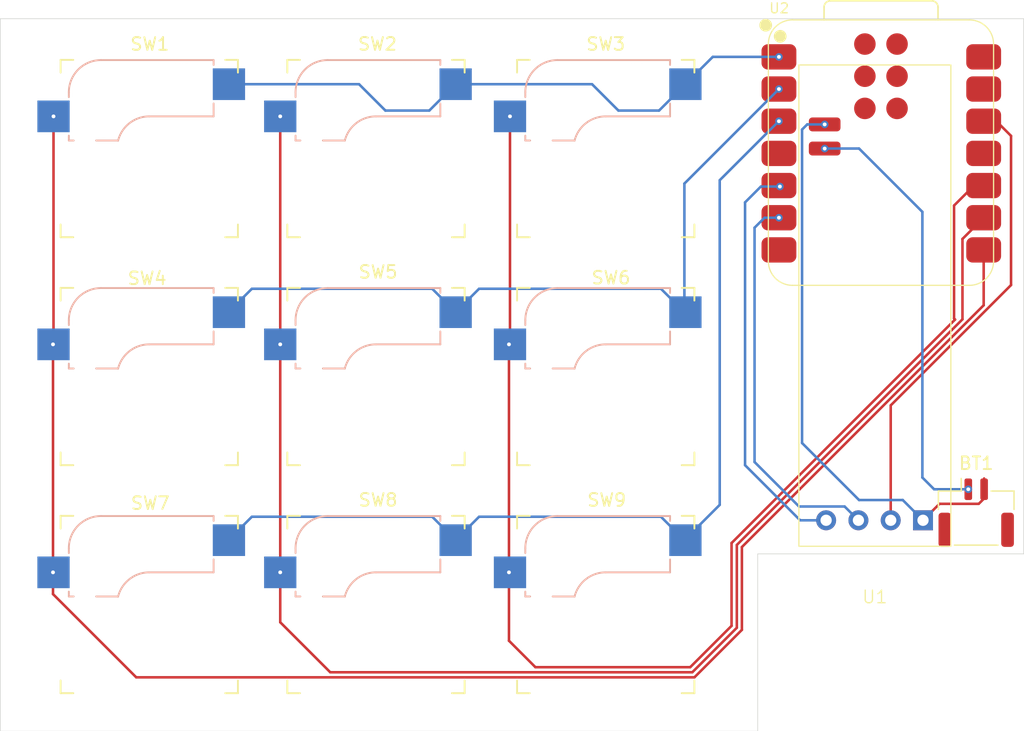
<source format=kicad_pcb>
(kicad_pcb (version 20240108) (generator "pcbnew") (generator_version "8.0")
  (layers (0 "F.Cu" signal) (31 "B.Cu" signal) (34 "B.Paste" user) (35 "F.Paste" user) (36 "B.SilkS" user "B.Silkscreen") (37 "F.SilkS" user "F.Silkscreen") (38 "B.Mask" user) (39 "F.Mask" user) (44 "Edge.Cuts" user))
  (net 0 "")
  (net 1 "/GND")
  (net 2 "/VCC")
  (net 3 "/COL1")
  (net 4 "/COL2")
  (net 5 "/COL3")
  (net 7 "/3V3")
  (net 18 "/ROW1")
  (net 19 "/ROW2")
  (net 20 "/ROW3")
  (net 21 "/SDA")
  (net 22 "/SCL")
  (footprint "Connector_JST:JST_GH_SM02B-GHS-TB_1x02-1MP_P1.25mm_Horizontal" (layer "F.Cu") (at 174.25 114.75)
    (property "Reference" "BT1" (at 0 -3.9 360) (layer "F.SilkS"))
    (property "Value" "Battery")
    (fp_line (start -2.985 -1.71) (end -1.185 -1.71) (stroke (width 0.12)) (layer "F.SilkS"))
    (fp_line (start -2.985 -0.26) (end -2.985 -1.71) (stroke (width 0.12)) (layer "F.SilkS"))
    (fp_line (start -1.715 2.56) (end 1.715 2.56) (stroke (width 0.12)) (layer "F.SilkS"))
    (fp_line (start -1.185 -1.71) (end -1.185 -2.7) (stroke (width 0.12)) (layer "F.SilkS"))
    (fp_line (start 2.985 -1.71) (end 1.185 -1.71) (stroke (width 0.12)) (layer "F.SilkS"))
    (fp_line (start 2.985 -0.26) (end 2.985 -1.71) (stroke (width 0.12)) (layer "F.SilkS"))
    (pad "1" smd roundrect (at -0.625 -1.85) (size 0.6 1.7) (layers "F.Cu" "F.Paste" "F.Mask") (net 2 "/VCC"))
    (pad "2" smd roundrect (at 0.625 -1.85) (size 0.6 1.7) (layers "F.Cu" "F.Paste" "F.Mask") (net 1 "/GND"))
    (pad "MP" smd roundrect (at -2.475 1.35) (size 1 2.7) (layers "F.Cu" "F.Paste" "F.Mask"))
    (pad "MP" smd roundrect (at 2.475 1.35) (size 1 2.7) (layers "F.Cu" "F.Paste" "F.Mask"))
  )
  (footprint "keyswitches.pretty-master:Kailh_socket_MX" (layer "F.Cu") (at 108.96 122)
    (property "Reference" "SW7" (at 0.08 -8 -0) (layer "F.SilkS"))
    (property "Value" "SW_Push")
    (fp_line (start -6.35 -4.445) (end -6.35 -4.064) (stroke (width 0.15)) (layer "B.SilkS"))
    (fp_line (start -6.35 -1.016) (end -6.35 -0.635) (stroke (width 0.15)) (layer "B.SilkS"))
    (fp_line (start -5.969 -0.635) (end -6.35 -0.635) (stroke (width 0.15)) (layer "B.SilkS"))
    (fp_line (start -3.81 -6.985) (end 5.08 -6.985) (stroke (width 0.15)) (layer "B.SilkS"))
    (fp_line (start -2.464162 -0.635) (end -4.191 -0.635) (stroke (width 0.15)) (layer "B.SilkS"))
    (fp_line (start 5.08 -6.985) (end 5.08 -6.604) (stroke (width 0.15)) (layer "B.SilkS"))
    (fp_line (start 5.08 -3.556) (end 5.08 -2.54) (stroke (width 0.15)) (layer "B.SilkS"))
    (fp_line (start 5.08 -2.54) (end 0 -2.54) (stroke (width 0.15)) (layer "B.SilkS"))
    (fp_arc (start -6.35 -4.445) (mid -5.606051 -6.241051) (end -3.81 -6.985) (stroke (width 0.15)) (layer "B.SilkS"))
    (fp_arc (start -2.464162 -0.61604) (mid -1.563147 -2.002042) (end 0 -2.54) (stroke (width 0.15)) (layer "B.SilkS"))
    (fp_line (start -7 -6) (end -7 -7) (stroke (width 0.15)) (layer "F.SilkS"))
    (fp_line (start -7 7) (end -7 6) (stroke (width 0.15)) (layer "F.SilkS"))
    (fp_line (start -7 7) (end -6 7) (stroke (width 0.15)) (layer "F.SilkS"))
    (fp_line (start -6 -7) (end -7 -7) (stroke (width 0.15)) (layer "F.SilkS"))
    (fp_line (start 6 7) (end 7 7) (stroke (width 0.15)) (layer "F.SilkS"))
    (fp_line (start 7 -7) (end 6 -7) (stroke (width 0.15)) (layer "F.SilkS"))
    (fp_line (start 7 -7) (end 7 -6) (stroke (width 0.15)) (layer "F.SilkS"))
    (fp_line (start 7 6) (end 7 7) (stroke (width 0.15)) (layer "F.SilkS"))
    (pad "" np_thru_hole circle (at -5.08 0) (size 1.7018 1.7018) (drill 1.7018) (layers "*.Cu" "*.Mask"))
    (pad "" np_thru_hole circle (at -3.81 -2.54) (size 3 3) (drill 3) (layers "*.Cu" "*.Mask"))
    (pad "" np_thru_hole circle (at 0 0) (size 3.9878 3.9878) (drill 3.9878) (layers "*.Cu" "*.Mask"))
    (pad "" np_thru_hole circle (at 2.54 -5.08) (size 3 3) (drill 3) (layers "*.Cu" "*.Mask"))
    (pad "" np_thru_hole circle (at 5.08 0) (size 1.7018 1.7018) (drill 1.7018) (layers "*.Cu" "*.Mask"))
    (pad "1" smd rect (at 6.29 -5.08) (size 2.55 2.5) (layers "B.Cu" "B.Paste" "B.Mask") (net 20 "/ROW3"))
    (pad "2" smd rect (at -7.56 -2.54) (size 2.55 2.5) (layers "B.Cu" "B.Paste" "B.Mask") (net 3 "/COL1"))
  )
  (footprint "keyswitches.pretty-master:Kailh_socket_MX" (layer "F.Cu") (at 126.86 104)
    (property "Reference" "SW5" (at 0.165 -8.255 -0) (layer "F.SilkS"))
    (property "Value" "SW_Push")
    (fp_line (start -6.35 -4.445) (end -6.35 -4.064) (stroke (width 0.15)) (layer "B.SilkS"))
    (fp_line (start -6.35 -1.016) (end -6.35 -0.635) (stroke (width 0.15)) (layer "B.SilkS"))
    (fp_line (start -5.969 -0.635) (end -6.35 -0.635) (stroke (width 0.15)) (layer "B.SilkS"))
    (fp_line (start -3.81 -6.985) (end 5.08 -6.985) (stroke (width 0.15)) (layer "B.SilkS"))
    (fp_line (start -2.464162 -0.635) (end -4.191 -0.635) (stroke (width 0.15)) (layer "B.SilkS"))
    (fp_line (start 5.08 -6.985) (end 5.08 -6.604) (stroke (width 0.15)) (layer "B.SilkS"))
    (fp_line (start 5.08 -3.556) (end 5.08 -2.54) (stroke (width 0.15)) (layer "B.SilkS"))
    (fp_line (start 5.08 -2.54) (end 0 -2.54) (stroke (width 0.15)) (layer "B.SilkS"))
    (fp_arc (start -6.35 -4.445) (mid -5.606051 -6.241051) (end -3.81 -6.985) (stroke (width 0.15)) (layer "B.SilkS"))
    (fp_arc (start -2.464162 -0.61604) (mid -1.563147 -2.002042) (end 0 -2.54) (stroke (width 0.15)) (layer "B.SilkS"))
    (fp_line (start -7 -6) (end -7 -7) (stroke (width 0.15)) (layer "F.SilkS"))
    (fp_line (start -7 7) (end -7 6) (stroke (width 0.15)) (layer "F.SilkS"))
    (fp_line (start -7 7) (end -6 7) (stroke (width 0.15)) (layer "F.SilkS"))
    (fp_line (start -6 -7) (end -7 -7) (stroke (width 0.15)) (layer "F.SilkS"))
    (fp_line (start 6 7) (end 7 7) (stroke (width 0.15)) (layer "F.SilkS"))
    (fp_line (start 7 -7) (end 6 -7) (stroke (width 0.15)) (layer "F.SilkS"))
    (fp_line (start 7 -7) (end 7 -6) (stroke (width 0.15)) (layer "F.SilkS"))
    (fp_line (start 7 6) (end 7 7) (stroke (width 0.15)) (layer "F.SilkS"))
    (pad "" np_thru_hole circle (at -5.08 0) (size 1.7018 1.7018) (drill 1.7018) (layers "*.Cu" "*.Mask"))
    (pad "" np_thru_hole circle (at -3.81 -2.54) (size 3 3) (drill 3) (layers "*.Cu" "*.Mask"))
    (pad "" np_thru_hole circle (at 0 0) (size 3.9878 3.9878) (drill 3.9878) (layers "*.Cu" "*.Mask"))
    (pad "" np_thru_hole circle (at 2.54 -5.08) (size 3 3) (drill 3) (layers "*.Cu" "*.Mask"))
    (pad "" np_thru_hole circle (at 5.08 0) (size 1.7018 1.7018) (drill 1.7018) (layers "*.Cu" "*.Mask"))
    (pad "1" smd rect (at 6.29 -5.08) (size 2.55 2.5) (layers "B.Cu" "B.Paste" "B.Mask") (net 19 "/ROW2"))
    (pad "2" smd rect (at -7.56 -2.54) (size 2.55 2.5) (layers "B.Cu" "B.Paste" "B.Mask") (net 4 "/COL2"))
  )
  (footprint "keyswitches.pretty-master:Kailh_socket_MX" (layer "F.Cu") (at 145 86)
    (property "Reference" "SW3" (at 0 -8.25 -0) (layer "F.SilkS"))
    (property "Value" "SW_Push")
    (fp_line (start -6.35 -4.445) (end -6.35 -4.064) (stroke (width 0.15)) (layer "B.SilkS"))
    (fp_line (start -6.35 -1.016) (end -6.35 -0.635) (stroke (width 0.15)) (layer "B.SilkS"))
    (fp_line (start -5.969 -0.635) (end -6.35 -0.635) (stroke (width 0.15)) (layer "B.SilkS"))
    (fp_line (start -3.81 -6.985) (end 5.08 -6.985) (stroke (width 0.15)) (layer "B.SilkS"))
    (fp_line (start -2.464162 -0.635) (end -4.191 -0.635) (stroke (width 0.15)) (layer "B.SilkS"))
    (fp_line (start 5.08 -6.985) (end 5.08 -6.604) (stroke (width 0.15)) (layer "B.SilkS"))
    (fp_line (start 5.08 -3.556) (end 5.08 -2.54) (stroke (width 0.15)) (layer "B.SilkS"))
    (fp_line (start 5.08 -2.54) (end 0 -2.54) (stroke (width 0.15)) (layer "B.SilkS"))
    (fp_arc (start -6.35 -4.445) (mid -5.606051 -6.241051) (end -3.81 -6.985) (stroke (width 0.15)) (layer "B.SilkS"))
    (fp_arc (start -2.464162 -0.61604) (mid -1.563147 -2.002042) (end 0 -2.54) (stroke (width 0.15)) (layer "B.SilkS"))
    (fp_line (start -7 -6) (end -7 -7) (stroke (width 0.15)) (layer "F.SilkS"))
    (fp_line (start -7 7) (end -7 6) (stroke (width 0.15)) (layer "F.SilkS"))
    (fp_line (start -7 7) (end -6 7) (stroke (width 0.15)) (layer "F.SilkS"))
    (fp_line (start -6 -7) (end -7 -7) (stroke (width 0.15)) (layer "F.SilkS"))
    (fp_line (start 6 7) (end 7 7) (stroke (width 0.15)) (layer "F.SilkS"))
    (fp_line (start 7 -7) (end 6 -7) (stroke (width 0.15)) (layer "F.SilkS"))
    (fp_line (start 7 -7) (end 7 -6) (stroke (width 0.15)) (layer "F.SilkS"))
    (fp_line (start 7 6) (end 7 7) (stroke (width 0.15)) (layer "F.SilkS"))
    (pad "" np_thru_hole circle (at -5.08 0) (size 1.7018 1.7018) (drill 1.7018) (layers "*.Cu" "*.Mask"))
    (pad "" np_thru_hole circle (at -3.81 -2.54) (size 3 3) (drill 3) (layers "*.Cu" "*.Mask"))
    (pad "" np_thru_hole circle (at 0 0) (size 3.9878 3.9878) (drill 3.9878) (layers "*.Cu" "*.Mask"))
    (pad "" np_thru_hole circle (at 2.54 -5.08) (size 3 3) (drill 3) (layers "*.Cu" "*.Mask"))
    (pad "" np_thru_hole circle (at 5.08 0) (size 1.7018 1.7018) (drill 1.7018) (layers "*.Cu" "*.Mask"))
    (pad "1" smd rect (at 6.29 -5.08) (size 2.55 2.5) (layers "B.Cu" "B.Paste" "B.Mask") (net 18 "/ROW1"))
    (pad "2" smd rect (at -7.56 -2.54) (size 2.55 2.5) (layers "B.Cu" "B.Paste" "B.Mask") (net 5 "/COL3"))
  )
  (footprint "keyswitches.pretty-master:Kailh_socket_MX" (layer "F.Cu") (at 145 104)
    (property "Reference" "SW6" (at 0.415 -7.8 -0) (layer "F.SilkS"))
    (property "Value" "SW_Push")
    (fp_line (start -6.35 -4.445) (end -6.35 -4.064) (stroke (width 0.15)) (layer "B.SilkS"))
    (fp_line (start -6.35 -1.016) (end -6.35 -0.635) (stroke (width 0.15)) (layer "B.SilkS"))
    (fp_line (start -5.969 -0.635) (end -6.35 -0.635) (stroke (width 0.15)) (layer "B.SilkS"))
    (fp_line (start -3.81 -6.985) (end 5.08 -6.985) (stroke (width 0.15)) (layer "B.SilkS"))
    (fp_line (start -2.464162 -0.635) (end -4.191 -0.635) (stroke (width 0.15)) (layer "B.SilkS"))
    (fp_line (start 5.08 -6.985) (end 5.08 -6.604) (stroke (width 0.15)) (layer "B.SilkS"))
    (fp_line (start 5.08 -3.556) (end 5.08 -2.54) (stroke (width 0.15)) (layer "B.SilkS"))
    (fp_line (start 5.08 -2.54) (end 0 -2.54) (stroke (width 0.15)) (layer "B.SilkS"))
    (fp_arc (start -6.35 -4.445) (mid -5.606051 -6.241051) (end -3.81 -6.985) (stroke (width 0.15)) (layer "B.SilkS"))
    (fp_arc (start -2.464162 -0.61604) (mid -1.563147 -2.002042) (end 0 -2.54) (stroke (width 0.15)) (layer "B.SilkS"))
    (fp_line (start -7 -6) (end -7 -7) (stroke (width 0.15)) (layer "F.SilkS"))
    (fp_line (start -7 7) (end -7 6) (stroke (width 0.15)) (layer "F.SilkS"))
    (fp_line (start -7 7) (end -6 7) (stroke (width 0.15)) (layer "F.SilkS"))
    (fp_line (start -6 -7) (end -7 -7) (stroke (width 0.15)) (layer "F.SilkS"))
    (fp_line (start 6 7) (end 7 7) (stroke (width 0.15)) (layer "F.SilkS"))
    (fp_line (start 7 -7) (end 6 -7) (stroke (width 0.15)) (layer "F.SilkS"))
    (fp_line (start 7 -7) (end 7 -6) (stroke (width 0.15)) (layer "F.SilkS"))
    (fp_line (start 7 6) (end 7 7) (stroke (width 0.15)) (layer "F.SilkS"))
    (pad "" np_thru_hole circle (at -5.08 0) (size 1.7018 1.7018) (drill 1.7018) (layers "*.Cu" "*.Mask"))
    (pad "" np_thru_hole circle (at -3.81 -2.54) (size 3 3) (drill 3) (layers "*.Cu" "*.Mask"))
    (pad "" np_thru_hole circle (at 0 0) (size 3.9878 3.9878) (drill 3.9878) (layers "*.Cu" "*.Mask"))
    (pad "" np_thru_hole circle (at 2.54 -5.08) (size 3 3) (drill 3) (layers "*.Cu" "*.Mask"))
    (pad "" np_thru_hole circle (at 5.08 0) (size 1.7018 1.7018) (drill 1.7018) (layers "*.Cu" "*.Mask"))
    (pad "1" smd rect (at 6.29 -5.08) (size 2.55 2.5) (layers "B.Cu" "B.Paste" "B.Mask") (net 19 "/ROW2"))
    (pad "2" smd rect (at -7.56 -2.54) (size 2.55 2.5) (layers "B.Cu" "B.Paste" "B.Mask") (net 5 "/COL3"))
  )
  (footprint "Capauri:XIAO-ESP32C3-SMD" (layer "F.Cu") (at 166.675 86.342)
    (property "Reference" "U2" (at -8.835 -10.96 360) (layer "F.SilkS") (effects (font (size 0.78232 0.78232) (thickness 0.10668)) (justify left bottom)))
    (property "Value" "XIAO-ESP32-C3-SMD")
    (fp_line (start -8.835 8.553) (end -8.835 -8.592) (stroke (width 0.1)) (layer "F.SilkS"))
    (fp_line (start -6.93 10.458) (end 7.04 10.458) (stroke (width 0.1)) (layer "F.SilkS"))
    (fp_line (start -4.44 -10.497) (end -4.436272 -11.507272) (stroke (width 0.127)) (layer "F.SilkS"))
    (fp_line (start -3.936272 -12.007) (end 4.059 -12.007) (stroke (width 0.127)) (layer "F.SilkS"))
    (fp_line (start 4.559 -11.507) (end 4.559 -10.497) (stroke (width 0.127)) (layer "F.SilkS"))
    (fp_line (start 7.04 -10.497) (end -6.93 -10.497) (stroke (width 0.1)) (layer "F.SilkS"))
    (fp_line (start 8.945 8.553) (end 8.945 -8.592) (stroke (width 0.1)) (layer "F.SilkS"))
    (fp_arc (start -8.835 -8.596) (mid -8.277038 -9.943038) (end -6.93 -10.501) (stroke (width 0.1)) (layer "F.SilkS"))
    (fp_arc (start -6.93 10.458) (mid -8.277038 9.900038) (end -8.835 8.553) (stroke (width 0.1)) (layer "F.SilkS"))
    (fp_arc (start -4.436272 -11.507272) (mid -4.289724 -11.860644) (end -3.936272 -12.007) (stroke (width 0.127)) (layer "F.SilkS"))
    (fp_arc (start 4.059 -12.007) (mid 4.412553 -11.860553) (end 4.559 -11.507) (stroke (width 0.127)) (layer "F.SilkS"))
    (fp_arc (start 7.04 -10.497) (mid 8.387038 -9.939038) (end 8.945 -8.592) (stroke (width 0.1)) (layer "F.SilkS"))
    (fp_arc (start 8.945 8.553) (mid 8.387038 9.900038) (end 7.04 10.458) (stroke (width 0.1)) (layer "F.SilkS"))
    (fp_circle (center -9.045 -10.081) (end -9.045 -10.335) (stroke (width 0.5)) (fill solid) (layer "F.SilkS"))
    (fp_circle (center -7.902 -9.201) (end -7.902 -9.455) (stroke (width 0.5)) (fill solid) (layer "F.SilkS"))
    (pad "1" smd roundrect (at -8 -7.58) (size 2.75 2) (layers "F.Cu" "F.Paste" "F.Mask") (net 18 "/ROW1"))
    (pad "2" smd roundrect (at -8 -5.04) (size 2.75 2) (layers "F.Cu" "F.Paste" "F.Mask") (net 19 "/ROW2"))
    (pad "3" smd roundrect (at -8 -2.5) (size 2.75 2) (layers "F.Cu" "F.Paste" "F.Mask") (net 20 "/ROW3"))
    (pad "4" smd roundrect (at -8 0.04) (size 2.75 2) (layers "F.Cu" "F.Paste" "F.Mask"))
    (pad "5" smd roundrect (at -8 2.58) (size 2.75 2) (layers "F.Cu" "F.Paste" "F.Mask") (net 21 "/SDA"))
    (pad "6" smd roundrect (at -8 5.12) (size 2.75 2) (layers "F.Cu" "F.Paste" "F.Mask") (net 22 "/SCL"))
    (pad "7" smd roundrect (at -8 7.66) (size 2.75 2) (layers "F.Cu" "F.Paste" "F.Mask"))
    (pad "8" smd roundrect (at 8.165 7.66) (size 2.75 2) (layers "F.Cu" "F.Paste" "F.Mask") (net 3 "/COL1"))
    (pad "9" smd roundrect (at 8.165 5.12) (size 2.75 2) (layers "F.Cu" "F.Paste" "F.Mask") (net 4 "/COL2"))
    (pad "10" smd roundrect (at 8.165 2.58) (size 2.75 2) (layers "F.Cu" "F.Paste" "F.Mask") (net 5 "/COL3"))
    (pad "11" smd roundrect (at 8.165 0.04) (size 2.75 2) (layers "F.Cu" "F.Paste" "F.Mask"))
    (pad "12" smd roundrect (at 8.165 -2.5) (size 2.75 2) (layers "F.Cu" "F.Paste" "F.Mask") (net 7 "/3V3"))
    (pad "13" smd roundrect (at 8.165 -5.04) (size 2.75 2) (layers "F.Cu" "F.Paste" "F.Mask"))
    (pad "14" smd roundrect (at 8.165 -7.58) (size 2.75 2) (layers "F.Cu" "F.Paste" "F.Mask"))
    (pad "15" smd roundrect (at -4.39 -0.342 180) (size 2.5 1.1) (layers "F.Cu" "F.Paste" "F.Mask") (net 2 "/VCC"))
    (pad "16" smd roundrect (at -4.39 -2.247 180) (size 2.5 1.1) (layers "F.Cu" "F.Paste" "F.Mask") (net 1 "/GND"))
    (pad "17" smd circle (at -1.215 -8.592) (size 1.7 1.7) (layers "F.Cu" "F.Paste" "F.Mask"))
    (pad "18" smd circle (at 1.325 -8.592) (size 1.7 1.7) (layers "F.Cu" "F.Paste" "F.Mask"))
    (pad "19" smd circle (at -1.215 -6.052) (size 1.7 1.7) (layers "F.Cu" "F.Paste" "F.Mask"))
    (pad "20" smd circle (at 1.325 -6.052) (size 1.7 1.7) (layers "F.Cu" "F.Paste" "F.Mask"))
    (pad "21" smd circle (at -1.215 -3.512) (size 1.7 1.7) (layers "F.Cu" "F.Paste" "F.Mask"))
    (pad "22" smd circle (at 1.325 -3.512) (size 1.7 1.7) (layers "F.Cu" "F.Paste" "F.Mask"))
  )
  (footprint "keyswitches.pretty-master:Kailh_socket_MX" (layer "F.Cu") (at 126.86 122)
    (property "Reference" "SW8" (at 0.165 -8.255 -0) (layer "F.SilkS"))
    (property "Value" "SW_Push")
    (fp_line (start -6.35 -4.445) (end -6.35 -4.064) (stroke (width 0.15)) (layer "B.SilkS"))
    (fp_line (start -6.35 -1.016) (end -6.35 -0.635) (stroke (width 0.15)) (layer "B.SilkS"))
    (fp_line (start -5.969 -0.635) (end -6.35 -0.635) (stroke (width 0.15)) (layer "B.SilkS"))
    (fp_line (start -3.81 -6.985) (end 5.08 -6.985) (stroke (width 0.15)) (layer "B.SilkS"))
    (fp_line (start -2.464162 -0.635) (end -4.191 -0.635) (stroke (width 0.15)) (layer "B.SilkS"))
    (fp_line (start 5.08 -6.985) (end 5.08 -6.604) (stroke (width 0.15)) (layer "B.SilkS"))
    (fp_line (start 5.08 -3.556) (end 5.08 -2.54) (stroke (width 0.15)) (layer "B.SilkS"))
    (fp_line (start 5.08 -2.54) (end 0 -2.54) (stroke (width 0.15)) (layer "B.SilkS"))
    (fp_arc (start -6.35 -4.445) (mid -5.606051 -6.241051) (end -3.81 -6.985) (stroke (width 0.15)) (layer "B.SilkS"))
    (fp_arc (start -2.464162 -0.61604) (mid -1.563147 -2.002042) (end 0 -2.54) (stroke (width 0.15)) (layer "B.SilkS"))
    (fp_line (start -7 -6) (end -7 -7) (stroke (width 0.15)) (layer "F.SilkS"))
    (fp_line (start -7 7) (end -7 6) (stroke (width 0.15)) (layer "F.SilkS"))
    (fp_line (start -7 7) (end -6 7) (stroke (width 0.15)) (layer "F.SilkS"))
    (fp_line (start -6 -7) (end -7 -7) (stroke (width 0.15)) (layer "F.SilkS"))
    (fp_line (start 6 7) (end 7 7) (stroke (width 0.15)) (layer "F.SilkS"))
    (fp_line (start 7 -7) (end 6 -7) (stroke (width 0.15)) (layer "F.SilkS"))
    (fp_line (start 7 -7) (end 7 -6) (stroke (width 0.15)) (layer "F.SilkS"))
    (fp_line (start 7 6) (end 7 7) (stroke (width 0.15)) (layer "F.SilkS"))
    (pad "" np_thru_hole circle (at -5.08 0) (size 1.7018 1.7018) (drill 1.7018) (layers "*.Cu" "*.Mask"))
    (pad "" np_thru_hole circle (at -3.81 -2.54) (size 3 3) (drill 3) (layers "*.Cu" "*.Mask"))
    (pad "" np_thru_hole circle (at 0 0) (size 3.9878 3.9878) (drill 3.9878) (layers "*.Cu" "*.Mask"))
    (pad "" np_thru_hole circle (at 2.54 -5.08) (size 3 3) (drill 3) (layers "*.Cu" "*.Mask"))
    (pad "" np_thru_hole circle (at 5.08 0) (size 1.7018 1.7018) (drill 1.7018) (layers "*.Cu" "*.Mask"))
    (pad "1" smd rect (at 6.29 -5.08) (size 2.55 2.5) (layers "B.Cu" "B.Paste" "B.Mask") (net 20 "/ROW3"))
    (pad "2" smd rect (at -7.56 -2.54) (size 2.55 2.5) (layers "B.Cu" "B.Paste" "B.Mask") (net 4 "/COL2"))
  )
  (footprint "keyswitches.pretty-master:Kailh_socket_MX" (layer "F.Cu") (at 108.96 86)
    (property "Reference" "SW1" (at 0.04 -8.25 -0) (layer "F.SilkS"))
    (property "Value" "SW_Push")
    (fp_line (start -6.35 -4.445) (end -6.35 -4.064) (stroke (width 0.15)) (layer "B.SilkS"))
    (fp_line (start -6.35 -1.016) (end -6.35 -0.635) (stroke (width 0.15)) (layer "B.SilkS"))
    (fp_line (start -5.969 -0.635) (end -6.35 -0.635) (stroke (width 0.15)) (layer "B.SilkS"))
    (fp_line (start -3.81 -6.985) (end 5.08 -6.985) (stroke (width 0.15)) (layer "B.SilkS"))
    (fp_line (start -2.464162 -0.635) (end -4.191 -0.635) (stroke (width 0.15)) (layer "B.SilkS"))
    (fp_line (start 5.08 -6.985) (end 5.08 -6.604) (stroke (width 0.15)) (layer "B.SilkS"))
    (fp_line (start 5.08 -3.556) (end 5.08 -2.54) (stroke (width 0.15)) (layer "B.SilkS"))
    (fp_line (start 5.08 -2.54) (end 0 -2.54) (stroke (width 0.15)) (layer "B.SilkS"))
    (fp_arc (start -6.35 -4.445) (mid -5.606051 -6.241051) (end -3.81 -6.985) (stroke (width 0.15)) (layer "B.SilkS"))
    (fp_arc (start -2.464162 -0.61604) (mid -1.563147 -2.002042) (end 0 -2.54) (stroke (width 0.15)) (layer "B.SilkS"))
    (fp_line (start -7 -6) (end -7 -7) (stroke (width 0.15)) (layer "F.SilkS"))
    (fp_line (start -7 7) (end -7 6) (stroke (width 0.15)) (layer "F.SilkS"))
    (fp_line (start -7 7) (end -6 7) (stroke (width 0.15)) (layer "F.SilkS"))
    (fp_line (start -6 -7) (end -7 -7) (stroke (width 0.15)) (layer "F.SilkS"))
    (fp_line (start 6 7) (end 7 7) (stroke (width 0.15)) (layer "F.SilkS"))
    (fp_line (start 7 -7) (end 6 -7) (stroke (width 0.15)) (layer "F.SilkS"))
    (fp_line (start 7 -7) (end 7 -6) (stroke (width 0.15)) (layer "F.SilkS"))
    (fp_line (start 7 6) (end 7 7) (stroke (width 0.15)) (layer "F.SilkS"))
    (pad "" np_thru_hole circle (at -5.08 0) (size 1.7018 1.7018) (drill 1.7018) (layers "*.Cu" "*.Mask"))
    (pad "" np_thru_hole circle (at -3.81 -2.54) (size 3 3) (drill 3) (layers "*.Cu" "*.Mask"))
    (pad "" np_thru_hole circle (at 0 0) (size 3.9878 3.9878) (drill 3.9878) (layers "*.Cu" "*.Mask"))
    (pad "" np_thru_hole circle (at 2.54 -5.08) (size 3 3) (drill 3) (layers "*.Cu" "*.Mask"))
    (pad "" np_thru_hole circle (at 5.08 0) (size 1.7018 1.7018) (drill 1.7018) (layers "*.Cu" "*.Mask"))
    (pad "1" smd rect (at 6.29 -5.08) (size 2.55 2.5) (layers "B.Cu" "B.Paste" "B.Mask") (net 18 "/ROW1"))
    (pad "2" smd rect (at -7.56 -2.54) (size 2.55 2.5) (layers "B.Cu" "B.Paste" "B.Mask") (net 3 "/COL1"))
  )
  (footprint "Capauri:0.91 OLED 128x32" (layer "F.Cu") (at 166.25 121.9)
    (property "Reference" "U1" (at 0 -0.5 0) (layer "F.SilkS") (effects (font (thickness 0.1))))
    (property "Value" "~")
    (fp_rect (start -6 -42.5) (end 6 -4.5) (stroke (width 0.1)) (fill none) (layer "F.SilkS"))
    (pad "1" thru_hole circle (at -3.85 -6.55) (size 1.575 1.575) (drill 0.889) (layers "*.Cu" "*.Mask") (net 21 "/SDA"))
    (pad "2" thru_hole circle (at -1.3 -6.55) (size 1.575 1.575) (drill 0.889) (layers "*.Cu" "*.Mask") (net 22 "/SCL"))
    (pad "3" thru_hole circle (at 1.25 -6.55) (size 1.575 1.575) (drill 0.889) (layers "*.Cu" "*.Mask") (net 7 "/3V3"))
    (pad "4" thru_hole rect (at 3.8 -6.55) (size 1.575 1.575) (drill 0.889) (layers "*.Cu" "*.Mask") (net 1 "/GND"))
  )
  (footprint "keyswitches.pretty-master:Kailh_socket_MX" (layer "F.Cu") (at 145 122)
    (property "Reference" "SW9" (at 0.08 -8.25 -0) (layer "F.SilkS"))
    (property "Value" "SW_Push")
    (fp_line (start -6.35 -4.445) (end -6.35 -4.064) (stroke (width 0.15)) (layer "B.SilkS"))
    (fp_line (start -6.35 -1.016) (end -6.35 -0.635) (stroke (width 0.15)) (layer "B.SilkS"))
    (fp_line (start -5.969 -0.635) (end -6.35 -0.635) (stroke (width 0.15)) (layer "B.SilkS"))
    (fp_line (start -3.81 -6.985) (end 5.08 -6.985) (stroke (width 0.15)) (layer "B.SilkS"))
    (fp_line (start -2.464162 -0.635) (end -4.191 -0.635) (stroke (width 0.15)) (layer "B.SilkS"))
    (fp_line (start 5.08 -6.985) (end 5.08 -6.604) (stroke (width 0.15)) (layer "B.SilkS"))
    (fp_line (start 5.08 -3.556) (end 5.08 -2.54) (stroke (width 0.15)) (layer "B.SilkS"))
    (fp_line (start 5.08 -2.54) (end 0 -2.54) (stroke (width 0.15)) (layer "B.SilkS"))
    (fp_arc (start -6.35 -4.445) (mid -5.606051 -6.241051) (end -3.81 -6.985) (stroke (width 0.15)) (layer "B.SilkS"))
    (fp_arc (start -2.464162 -0.61604) (mid -1.563147 -2.002042) (end 0 -2.54) (stroke (width 0.15)) (layer "B.SilkS"))
    (fp_line (start -7 -6) (end -7 -7) (stroke (width 0.15)) (layer "F.SilkS"))
    (fp_line (start -7 7) (end -7 6) (stroke (width 0.15)) (layer "F.SilkS"))
    (fp_line (start -7 7) (end -6 7) (stroke (width 0.15)) (layer "F.SilkS"))
    (fp_line (start -6 -7) (end -7 -7) (stroke (width 0.15)) (layer "F.SilkS"))
    (fp_line (start 6 7) (end 7 7) (stroke (width 0.15)) (layer "F.SilkS"))
    (fp_line (start 7 -7) (end 6 -7) (stroke (width 0.15)) (layer "F.SilkS"))
    (fp_line (start 7 -7) (end 7 -6) (stroke (width 0.15)) (layer "F.SilkS"))
    (fp_line (start 7 6) (end 7 7) (stroke (width 0.15)) (layer "F.SilkS"))
    (pad "" np_thru_hole circle (at -5.08 0) (size 1.7018 1.7018) (drill 1.7018) (layers "*.Cu" "*.Mask"))
    (pad "" np_thru_hole circle (at -3.81 -2.54) (size 3 3) (drill 3) (layers "*.Cu" "*.Mask"))
    (pad "" np_thru_hole circle (at 0 0) (size 3.9878 3.9878) (drill 3.9878) (layers "*.Cu" "*.Mask"))
    (pad "" np_thru_hole circle (at 2.54 -5.08) (size 3 3) (drill 3) (layers "*.Cu" "*.Mask"))
    (pad "" np_thru_hole circle (at 5.08 0) (size 1.7018 1.7018) (drill 1.7018) (layers "*.Cu" "*.Mask"))
    (pad "1" smd rect (at 6.29 -5.08) (size 2.55 2.5) (layers "B.Cu" "B.Paste" "B.Mask") (net 20 "/ROW3"))
    (pad "2" smd rect (at -7.56 -2.54) (size 2.55 2.5) (layers "B.Cu" "B.Paste" "B.Mask") (net 5 "/COL3"))
  )
  (footprint "keyswitches.pretty-master:Kailh_socket_MX" (layer "F.Cu") (at 108.96 104)
    (property "Reference" "SW4" (at -0.17 -7.75 -0) (layer "F.SilkS"))
    (property "Value" "SW_Push")
    (fp_line (start -6.35 -4.445) (end -6.35 -4.064) (stroke (width 0.15)) (layer "B.SilkS"))
    (fp_line (start -6.35 -1.016) (end -6.35 -0.635) (stroke (width 0.15)) (layer "B.SilkS"))
    (fp_line (start -5.969 -0.635) (end -6.35 -0.635) (stroke (width 0.15)) (layer "B.SilkS"))
    (fp_line (start -3.81 -6.985) (end 5.08 -6.985) (stroke (width 0.15)) (layer "B.SilkS"))
    (fp_line (start -2.464162 -0.635) (end -4.191 -0.635) (stroke (width 0.15)) (layer "B.SilkS"))
    (fp_line (start 5.08 -6.985) (end 5.08 -6.604) (stroke (width 0.15)) (layer "B.SilkS"))
    (fp_line (start 5.08 -3.556) (end 5.08 -2.54) (stroke (width 0.15)) (layer "B.SilkS"))
    (fp_line (start 5.08 -2.54) (end 0 -2.54) (stroke (width 0.15)) (layer "B.SilkS"))
    (fp_arc (start -6.35 -4.445) (mid -5.606051 -6.241051) (end -3.81 -6.985) (stroke (width 0.15)) (layer "B.SilkS"))
    (fp_arc (start -2.464162 -0.61604) (mid -1.563147 -2.002042) (end 0 -2.54) (stroke (width 0.15)) (layer "B.SilkS"))
    (fp_line (start -7 -6) (end -7 -7) (stroke (width 0.15)) (layer "F.SilkS"))
    (fp_line (start -7 7) (end -7 6) (stroke (width 0.15)) (layer "F.SilkS"))
    (fp_line (start -7 7) (end -6 7) (stroke (width 0.15)) (layer "F.SilkS"))
    (fp_line (start -6 -7) (end -7 -7) (stroke (width 0.15)) (layer "F.SilkS"))
    (fp_line (start 6 7) (end 7 7) (stroke (width 0.15)) (layer "F.SilkS"))
    (fp_line (start 7 -7) (end 6 -7) (stroke (width 0.15)) (layer "F.SilkS"))
    (fp_line (start 7 -7) (end 7 -6) (stroke (width 0.15)) (layer "F.SilkS"))
    (fp_line (start 7 6) (end 7 7) (stroke (width 0.15)) (layer "F.SilkS"))
    (pad "" np_thru_hole circle (at -5.08 0) (size 1.7018 1.7018) (drill 1.7018) (layers "*.Cu" "*.Mask"))
    (pad "" np_thru_hole circle (at -3.81 -2.54) (size 3 3) (drill 3) (layers "*.Cu" "*.Mask"))
    (pad "" np_thru_hole circle (at 0 0) (size 3.9878 3.9878) (drill 3.9878) (layers "*.Cu" "*.Mask"))
    (pad "" np_thru_hole circle (at 2.54 -5.08) (size 3 3) (drill 3) (layers "*.Cu" "*.Mask"))
    (pad "" np_thru_hole circle (at 5.08 0) (size 1.7018 1.7018) (drill 1.7018) (layers "*.Cu" "*.Mask"))
    (pad "1" smd rect (at 6.29 -5.08) (size 2.55 2.5) (layers "B.Cu" "B.Paste" "B.Mask") (net 19 "/ROW2"))
    (pad "2" smd rect (at -7.56 -2.54) (size 2.55 2.5) (layers "B.Cu" "B.Paste" "B.Mask") (net 3 "/COL1"))
  )
  (footprint "keyswitches.pretty-master:Kailh_socket_MX" (layer "F.Cu") (at 126.86 86)
    (property "Reference" "SW2" (at 0.115 -8.255 -0) (layer "F.SilkS"))
    (property "Value" "SW_Push")
    (fp_line (start -6.35 -4.445) (end -6.35 -4.064) (stroke (width 0.15)) (layer "B.SilkS"))
    (fp_line (start -6.35 -1.016) (end -6.35 -0.635) (stroke (width 0.15)) (layer "B.SilkS"))
    (fp_line (start -5.969 -0.635) (end -6.35 -0.635) (stroke (width 0.15)) (layer "B.SilkS"))
    (fp_line (start -3.81 -6.985) (end 5.08 -6.985) (stroke (width 0.15)) (layer "B.SilkS"))
    (fp_line (start -2.464162 -0.635) (end -4.191 -0.635) (stroke (width 0.15)) (layer "B.SilkS"))
    (fp_line (start 5.08 -6.985) (end 5.08 -6.604) (stroke (width 0.15)) (layer "B.SilkS"))
    (fp_line (start 5.08 -3.556) (end 5.08 -2.54) (stroke (width 0.15)) (layer "B.SilkS"))
    (fp_line (start 5.08 -2.54) (end 0 -2.54) (stroke (width 0.15)) (layer "B.SilkS"))
    (fp_arc (start -6.35 -4.445) (mid -5.606051 -6.241051) (end -3.81 -6.985) (stroke (width 0.15)) (layer "B.SilkS"))
    (fp_arc (start -2.464162 -0.61604) (mid -1.563147 -2.002042) (end 0 -2.54) (stroke (width 0.15)) (layer "B.SilkS"))
    (fp_line (start -7 -6) (end -7 -7) (stroke (width 0.15)) (layer "F.SilkS"))
    (fp_line (start -7 7) (end -7 6) (stroke (width 0.15)) (layer "F.SilkS"))
    (fp_line (start -7 7) (end -6 7) (stroke (width 0.15)) (layer "F.SilkS"))
    (fp_line (start -6 -7) (end -7 -7) (stroke (width 0.15)) (layer "F.SilkS"))
    (fp_line (start 6 7) (end 7 7) (stroke (width 0.15)) (layer "F.SilkS"))
    (fp_line (start 7 -7) (end 6 -7) (stroke (width 0.15)) (layer "F.SilkS"))
    (fp_line (start 7 -7) (end 7 -6) (stroke (width 0.15)) (layer "F.SilkS"))
    (fp_line (start 7 6) (end 7 7) (stroke (width 0.15)) (layer "F.SilkS"))
    (pad "" np_thru_hole circle (at -5.08 0) (size 1.7018 1.7018) (drill 1.7018) (layers "*.Cu" "*.Mask"))
    (pad "" np_thru_hole circle (at -3.81 -2.54) (size 3 3) (drill 3) (layers "*.Cu" "*.Mask"))
    (pad "" np_thru_hole circle (at 0 0) (size 3.9878 3.9878) (drill 3.9878) (layers "*.Cu" "*.Mask"))
    (pad "" np_thru_hole circle (at 2.54 -5.08) (size 3 3) (drill 3) (layers "*.Cu" "*.Mask"))
    (pad "" np_thru_hole circle (at 5.08 0) (size 1.7018 1.7018) (drill 1.7018) (layers "*.Cu" "*.Mask"))
    (pad "1" smd rect (at 6.29 -5.08) (size 2.55 2.5) (layers "B.Cu" "B.Paste" "B.Mask") (net 18 "/ROW1"))
    (pad "2" smd rect (at -7.56 -2.54) (size 2.55 2.5) (layers "B.Cu" "B.Paste" "B.Mask") (net 4 "/COL2"))
  )
  (gr_line (start 97.2 132) (end 157 132) (stroke (width 0.05)) (layer "Edge.Cuts"))
  (gr_line (start 97.2 75.75) (end 178 75.75) (stroke (width 0.05)) (layer "Edge.Cuts"))
  (gr_line (start 157 132) (end 157 118) (stroke (width 0.05)) (layer "Edge.Cuts"))
  (gr_line (start 157 118) (end 178 118) (stroke (width 0.05)) (layer "Edge.Cuts"))
  (gr_line (start 178 75.75) (end 178 118) (stroke (width 0.05)) (layer "Edge.Cuts"))
  (gr_line (start 97.2 75.75) (end 97.2 132) (stroke (width 0.05)) (layer "Edge.Cuts"))
  (segment (start 174.875 113.625) (end 174.875 112.9) (width 0.2) (layer "F.Cu") (net 1))
  (segment (start 170.05 115.35) (end 171.35 114.05) (width 0.2) (layer "F.Cu") (net 1))
  (segment (start 171.35 114.05) (end 174.45 114.05) (width 0.2) (layer "F.Cu") (net 1))
  (segment (start 174.875 112.9) (end 174.875 112.050001) (width 0.2) (layer "F.Cu") (net 1))
  (segment (start 174.45 114.05) (end 174.875 113.625) (width 0.2) (layer "F.Cu") (net 1))
  (via (at 162.285 84.095) (size 0.6) (drill 0.3) (layers "F.Cu" "B.Cu") (net 1))
  (segment (start 162.285 84.095) (end 160.905 84.095) (width 0.2) (layer "B.Cu") (net 1))
  (segment (start 160.905 84.095) (end 160.5 84.5) (width 0.2) (layer "B.Cu") (net 1))
  (segment (start 165 113.75) (end 168.45 113.75) (width 0.2) (layer "B.Cu") (net 1))
  (segment (start 160.5 109.25) (end 165 113.75) (width 0.2) (layer "B.Cu") (net 1))
  (segment (start 168.45 113.75) (end 170.05 115.35) (width 0.2) (layer "B.Cu") (net 1))
  (segment (start 160.5 84.5) (end 160.5 109.25) (width 0.2) (layer "B.Cu") (net 1))
  (via (at 173.625 112.9) (size 0.6) (drill 0.3) (layers "F.Cu" "B.Cu") (net 2))
  (via (at 162.285 86) (size 0.6) (drill 0.3) (layers "F.Cu" "B.Cu") (net 2))
  (segment (start 165 86) (end 162.285 86) (width 0.2) (layer "B.Cu") (net 2))
  (segment (start 170.925 112.9) (end 170 111.975) (width 0.2) (layer "B.Cu") (net 2))
  (segment (start 170 111.975) (end 170 91) (width 0.2) (layer "B.Cu") (net 2))
  (segment (start 173.625 112.9) (end 170.925 112.9) (width 0.2) (layer "B.Cu") (net 2))
  (segment (start 170 91) (end 165 86) (width 0.2) (layer "B.Cu") (net 2))
  (segment (start 101.36 119.46) (end 101.36 121.178329) (width 0.2) (layer "F.Cu") (net 3))
  (segment (start 101.4 83.46) (end 101.4 101.42) (width 0.2) (layer "F.Cu") (net 3))
  (segment (start 152 127.75) (end 155.75 124) (width 0.2) (layer "F.Cu") (net 3))
  (segment (start 101.36 121.178329) (end 107.931671 127.75) (width 0.2) (layer "F.Cu") (net 3))
  (segment (start 101.4 101.42) (end 101.36 101.46) (width 0.2) (layer "F.Cu") (net 3))
  (segment (start 107.931671 127.75) (end 152 127.75) (width 0.2) (layer "F.Cu") (net 3))
  (segment (start 101.36 101.46) (end 101.36 119.46) (width 0.2) (layer "F.Cu") (net 3))
  (segment (start 155.75 117.462042) (end 174.84 98.372042) (width 0.2) (layer "F.Cu") (net 3))
  (segment (start 155.75 124) (end 155.75 117.462042) (width 0.2) (layer "F.Cu") (net 3))
  (segment (start 174.84 98.372042) (end 174.84 94.002) (width 0.2) (layer "F.Cu") (net 3))
  (via (at 101.36 119.46) (size 0.6) (drill 0.3) (layers "F.Cu" "B.Cu") (net 3))
  (via (at 101.36 101.46) (size 0.6) (drill 0.3) (layers "F.Cu" "B.Cu") (net 3))
  (via (at 101.4 83.46) (size 0.6) (drill 0.3) (layers "F.Cu" "B.Cu") (net 3))
  (segment (start 174.84 91.462) (end 173.165 93.137) (width 0.2) (layer "F.Cu") (net 4))
  (segment (start 119.3 123.4) (end 119.3 119.46) (width 0.2) (layer "F.Cu") (net 4))
  (segment (start 151.834314 127.35) (end 123.25 127.35) (width 0.2) (layer "F.Cu") (net 4))
  (segment (start 173.165 93.137) (end 173.165 99.481356) (width 0.2) (layer "F.Cu") (net 4))
  (segment (start 123.25 127.35) (end 119.3 123.4) (width 0.2) (layer "F.Cu") (net 4))
  (segment (start 155.35 117.296356) (end 155.35 123.834314) (width 0.2) (layer "F.Cu") (net 4))
  (segment (start 119.3 119.46) (end 119.3 101.46) (width 0.2) (layer "F.Cu") (net 4))
  (segment (start 173.165 99.481356) (end 155.35 117.296356) (width 0.2) (layer "F.Cu") (net 4))
  (segment (start 155.35 123.834314) (end 151.834314 127.35) (width 0.2) (layer "F.Cu") (net 4))
  (segment (start 119.3 101.46) (end 119.3 83.46) (width 0.2) (layer "F.Cu") (net 4))
  (via (at 119.3 101.46) (size 0.6) (drill 0.3) (layers "F.Cu" "B.Cu") (net 4))
  (via (at 119.3 83.46) (size 0.6) (drill 0.3) (layers "F.Cu" "B.Cu") (net 4))
  (via (at 119.3 119.46) (size 0.6) (drill 0.3) (layers "F.Cu" "B.Cu") (net 4))
  (segment (start 172.580671 99.5) (end 172.5 99.419329) (width 0.2) (layer "F.Cu") (net 5))
  (segment (start 137.44 101.38) (end 137.36 101.46) (width 0.2) (layer "F.Cu") (net 5))
  (segment (start 154.934314 117.146357) (end 154.95 117.130671) (width 0.2) (layer "F.Cu") (net 5))
  (segment (start 137.36 101.46) (end 137.36 119.46) (width 0.2) (layer "F.Cu") (net 5))
  (segment (start 154.95 117.130671) (end 154.95 117.13067) (width 0.2) (layer "F.Cu") (net 5))
  (segment (start 151.668628 126.95) (end 154.934314 123.684314) (width 0.2) (layer "F.Cu") (net 5))
  (segment (start 139.45 126.95) (end 151.668628 126.95) (width 0.2) (layer "F.Cu") (net 5))
  (segment (start 172.5 99.419329) (end 172.5 90.5) (width 0.2) (layer "F.Cu") (net 5))
  (segment (start 154.934314 123.684314) (end 154.934314 117.146357) (width 0.2) (layer "F.Cu") (net 5))
  (segment (start 154.95 117.13067) (end 155.915335 116.165336) (width 0.2) (layer "F.Cu") (net 5))
  (segment (start 172.5 90.5) (end 174.078 88.922) (width 0.2) (layer "F.Cu") (net 5))
  (segment (start 137.36 119.46) (end 137.36 124.86) (width 0.2) (layer "F.Cu") (net 5))
  (segment (start 155.915335 116.165336) (end 172.580671 99.5) (width 0.2) (layer "F.Cu") (net 5))
  (segment (start 137.44 83.46) (end 137.44 101.38) (width 0.2) (layer "F.Cu") (net 5))
  (segment (start 137.36 124.86) (end 139.45 126.95) (width 0.2) (layer "F.Cu") (net 5))
  (segment (start 174.078 88.922) (end 174.84 88.922) (width 0.2) (layer "F.Cu") (net 5))
  (via (at 137.44 83.46) (size 0.6) (drill 0.3) (layers "F.Cu" "B.Cu") (net 5))
  (via (at 137.36 101.46) (size 0.6) (drill 0.3) (layers "F.Cu" "B.Cu") (net 5))
  (via (at 137.36 119.46) (size 0.6) (drill 0.3) (layers "F.Cu" "B.Cu") (net 5))
  (segment (start 174.84 83.842) (end 175.842 83.842) (width 0.2) (layer "F.Cu") (net 7))
  (segment (start 167.5 106.277728) (end 167.5 115.35) (width 0.2) (layer "F.Cu") (net 7))
  (segment (start 175.842 83.842) (end 177 85) (width 0.2) (layer "F.Cu") (net 7))
  (segment (start 177 96.777728) (end 167.5 106.277728) (width 0.2) (layer "F.Cu") (net 7))
  (segment (start 177 85) (end 177 96.777728) (width 0.2) (layer "F.Cu") (net 7))
  (via (at 158.675 78.762) (size 0.6) (drill 0.3) (layers "F.Cu" "B.Cu") (net 18))
  (segment (start 146 83) (end 143.92 80.92) (width 0.2) (layer "B.Cu") (net 18))
  (segment (start 153.448 78.762) (end 151.29 80.92) (width 0.2) (layer "B.Cu") (net 18))
  (segment (start 133.15 80.92) (end 131.07 83) (width 0.2) (layer "B.Cu") (net 18))
  (segment (start 151.29 80.92) (end 149.21 83) (width 0.2) (layer "B.Cu") (net 18))
  (segment (start 143.92 80.92) (end 133.15 80.92) (width 0.2) (layer "B.Cu") (net 18))
  (segment (start 149.21 83) (end 146 83) (width 0.2) (layer "B.Cu") (net 18))
  (segment (start 131.07 83) (end 127.603147 83) (width 0.2) (layer "B.Cu") (net 18))
  (segment (start 125.523147 80.92) (end 115.25 80.92) (width 0.2) (layer "B.Cu") (net 18))
  (segment (start 158.675 78.762) (end 153.448 78.762) (width 0.2) (layer "B.Cu") (net 18))
  (segment (start 127.603147 83) (end 125.523147 80.92) (width 0.2) (layer "B.Cu") (net 18))
  (via (at 158.675 81.302) (size 0.6) (drill 0.3) (layers "F.Cu" "B.Cu") (net 19))
  (segment (start 135 97.07) (end 149.36 97.07) (width 0.2) (layer "B.Cu") (net 19))
  (segment (start 131.3 97.07) (end 133.15 98.92) (width 0.2) (layer "B.Cu") (net 19))
  (segment (start 133.15 98.92) (end 135 97.07) (width 0.2) (layer "B.Cu") (net 19))
  (segment (start 149.36 97.07) (end 151.21 98.92) (width 0.2) (layer "B.Cu") (net 19))
  (segment (start 151.21 88.767) (end 158.675 81.302) (width 0.2) (layer "B.Cu") (net 19))
  (segment (start 151.21 98.92) (end 151.21 88.767) (width 0.2) (layer "B.Cu") (net 19))
  (segment (start 115.21 98.92) (end 117.06 97.07) (width 0.2) (layer "B.Cu") (net 19))
  (segment (start 117.06 97.07) (end 131.3 97.07) (width 0.2) (layer "B.Cu") (net 19))
  (via (at 158.675 83.842) (size 0.6) (drill 0.3) (layers "F.Cu" "B.Cu") (net 20))
  (segment (start 151.21 116.92) (end 154 114.13) (width 0.2) (layer "B.Cu") (net 20))
  (segment (start 154 88.5) (end 158.658 83.842) (width 0.2) (layer "B.Cu") (net 20))
  (segment (start 158.658 83.842) (end 158.675 83.842) (width 0.2) (layer "B.Cu") (net 20))
  (segment (start 117.06 115.07) (end 131.3 115.07) (width 0.2) (layer "B.Cu") (net 20))
  (segment (start 135 115.07) (end 149.36 115.07) (width 0.2) (layer "B.Cu") (net 20))
  (segment (start 133.15 116.92) (end 135 115.07) (width 0.2) (layer "B.Cu") (net 20))
  (segment (start 154 114.13) (end 154 88.5) (width 0.2) (layer "B.Cu") (net 20))
  (segment (start 149.36 115.07) (end 151.21 116.92) (width 0.2) (layer "B.Cu") (net 20))
  (segment (start 131.3 115.07) (end 133.15 116.92) (width 0.2) (layer "B.Cu") (net 20))
  (segment (start 115.21 116.92) (end 117.06 115.07) (width 0.2) (layer "B.Cu") (net 20))
  (via (at 158.75 89) (size 0.6) (drill 0.3) (layers "F.Cu" "B.Cu") (net 21))
  (segment (start 156 111) (end 160.35 115.35) (width 0.2) (layer "B.Cu") (net 21))
  (segment (start 158.75 89) (end 157.25 89) (width 0.2) (layer "B.Cu") (net 21))
  (segment (start 157.25 89) (end 156 90.25) (width 0.2) (layer "B.Cu") (net 21))
  (segment (start 160.35 115.35) (end 162.4 115.35) (width 0.2) (layer "B.Cu") (net 21))
  (segment (start 156 90.25) (end 156 111) (width 0.2) (layer "B.Cu") (net 21))
  (via (at 158.675 91.462) (size 0.6) (drill 0.3) (layers "F.Cu" "B.Cu") (net 22))
  (segment (start 160.2625 114.2625) (end 163.8625 114.2625) (width 0.2) (layer "B.Cu") (net 22))
  (segment (start 158.675 91.462) (end 157.538 91.462) (width 0.2) (layer "B.Cu") (net 22))
  (segment (start 157.538 91.462) (end 156.75 92.25) (width 0.2) (layer "B.Cu") (net 22))
  (segment (start 163.8625 114.2625) (end 164.95 115.35) (width 0.2) (layer "B.Cu") (net 22))
  (segment (start 156.75 92.25) (end 156.75 110.75) (width 0.2) (layer "B.Cu") (net 22))
  (segment (start 156.75 110.75) (end 160.2625 114.2625) (width 0.2) (layer "B.Cu") (net 22))
)
</source>
